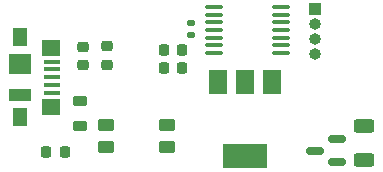
<source format=gbr>
%TF.GenerationSoftware,KiCad,Pcbnew,(6.0.1)*%
%TF.CreationDate,2022-02-12T15:33:55+03:30*%
%TF.ProjectId,led,6c65642e-6b69-4636-9164-5f7063625858,rev?*%
%TF.SameCoordinates,Original*%
%TF.FileFunction,Soldermask,Top*%
%TF.FilePolarity,Negative*%
%FSLAX46Y46*%
G04 Gerber Fmt 4.6, Leading zero omitted, Abs format (unit mm)*
G04 Created by KiCad (PCBNEW (6.0.1)) date 2022-02-12 15:33:55*
%MOMM*%
%LPD*%
G01*
G04 APERTURE LIST*
G04 Aperture macros list*
%AMRoundRect*
0 Rectangle with rounded corners*
0 $1 Rounding radius*
0 $2 $3 $4 $5 $6 $7 $8 $9 X,Y pos of 4 corners*
0 Add a 4 corners polygon primitive as box body*
4,1,4,$2,$3,$4,$5,$6,$7,$8,$9,$2,$3,0*
0 Add four circle primitives for the rounded corners*
1,1,$1+$1,$2,$3*
1,1,$1+$1,$4,$5*
1,1,$1+$1,$6,$7*
1,1,$1+$1,$8,$9*
0 Add four rect primitives between the rounded corners*
20,1,$1+$1,$2,$3,$4,$5,0*
20,1,$1+$1,$4,$5,$6,$7,0*
20,1,$1+$1,$6,$7,$8,$9,0*
20,1,$1+$1,$8,$9,$2,$3,0*%
G04 Aperture macros list end*
%ADD10R,1.500000X2.000000*%
%ADD11R,3.800000X2.000000*%
%ADD12RoundRect,0.225000X-0.250000X0.225000X-0.250000X-0.225000X0.250000X-0.225000X0.250000X0.225000X0*%
%ADD13RoundRect,0.225000X0.225000X0.250000X-0.225000X0.250000X-0.225000X-0.250000X0.225000X-0.250000X0*%
%ADD14RoundRect,0.100000X-0.637500X-0.100000X0.637500X-0.100000X0.637500X0.100000X-0.637500X0.100000X0*%
%ADD15RoundRect,0.250000X-0.625000X0.312500X-0.625000X-0.312500X0.625000X-0.312500X0.625000X0.312500X0*%
%ADD16RoundRect,0.250000X0.450000X-0.262500X0.450000X0.262500X-0.450000X0.262500X-0.450000X-0.262500X0*%
%ADD17RoundRect,0.135000X-0.185000X0.135000X-0.185000X-0.135000X0.185000X-0.135000X0.185000X0.135000X0*%
%ADD18RoundRect,0.150000X0.587500X0.150000X-0.587500X0.150000X-0.587500X-0.150000X0.587500X-0.150000X0*%
%ADD19R,1.000000X1.000000*%
%ADD20O,1.000000X1.000000*%
%ADD21R,1.380000X0.450000*%
%ADD22R,1.900000X1.800000*%
%ADD23R,1.300000X1.650000*%
%ADD24R,1.550000X1.425000*%
%ADD25R,1.900000X1.000000*%
%ADD26RoundRect,0.218750X-0.381250X0.218750X-0.381250X-0.218750X0.381250X-0.218750X0.381250X0.218750X0*%
%ADD27RoundRect,0.225000X-0.225000X-0.250000X0.225000X-0.250000X0.225000X0.250000X-0.225000X0.250000X0*%
G04 APERTURE END LIST*
D10*
%TO.C,U2*%
X115355400Y-105790600D03*
D11*
X113055400Y-112090600D03*
D10*
X113055400Y-105790600D03*
X110755400Y-105790600D03*
%TD*%
D12*
%TO.C,C3*%
X99314000Y-102857000D03*
X99314000Y-104407000D03*
%TD*%
D13*
%TO.C,C4*%
X96253000Y-111760000D03*
X97803000Y-111760000D03*
%TD*%
D14*
%TO.C,U1*%
X116146500Y-99472200D03*
X116146500Y-100122200D03*
X116146500Y-100772200D03*
X116146500Y-101422200D03*
X116146500Y-102072200D03*
X116146500Y-102722200D03*
X116146500Y-103372200D03*
X110421500Y-103372200D03*
X110421500Y-102722200D03*
X110421500Y-102072200D03*
X110421500Y-101422200D03*
X110421500Y-100772200D03*
X110421500Y-100122200D03*
X110421500Y-99472200D03*
%TD*%
D15*
%TO.C,R4*%
X123139200Y-112435100D03*
X123139200Y-109510100D03*
%TD*%
D16*
%TO.C,R3*%
X106476800Y-111300900D03*
X106476800Y-109475900D03*
%TD*%
%TO.C,R2*%
X101295200Y-111300900D03*
X101295200Y-109475900D03*
%TD*%
D17*
%TO.C,R1*%
X108458000Y-101856000D03*
X108458000Y-100836000D03*
%TD*%
D18*
%TO.C,Q1*%
X120876300Y-112583000D03*
X120876300Y-110683000D03*
X119001300Y-111633000D03*
%TD*%
D19*
%TO.C,J2*%
X118999000Y-99674600D03*
D20*
X118999000Y-100944600D03*
X118999000Y-102214600D03*
X118999000Y-103484600D03*
%TD*%
D21*
%TO.C,J1*%
X96710000Y-104110000D03*
X96710000Y-104760000D03*
X96710000Y-105410000D03*
X96710000Y-106060000D03*
X96710000Y-106710000D03*
D22*
X94050000Y-104260000D03*
D23*
X94050000Y-108785000D03*
X94050000Y-102035000D03*
D24*
X96625000Y-102922500D03*
D25*
X94050000Y-106960000D03*
D24*
X96625000Y-107897500D03*
%TD*%
D26*
%TO.C,FB1*%
X99060000Y-107395500D03*
X99060000Y-109520500D03*
%TD*%
D12*
%TO.C,C5*%
X101346000Y-102806200D03*
X101346000Y-104356200D03*
%TD*%
D27*
%TO.C,C2*%
X106209800Y-103124000D03*
X107759800Y-103124000D03*
%TD*%
%TO.C,C1*%
X106209800Y-104648000D03*
X107759800Y-104648000D03*
%TD*%
M02*

</source>
